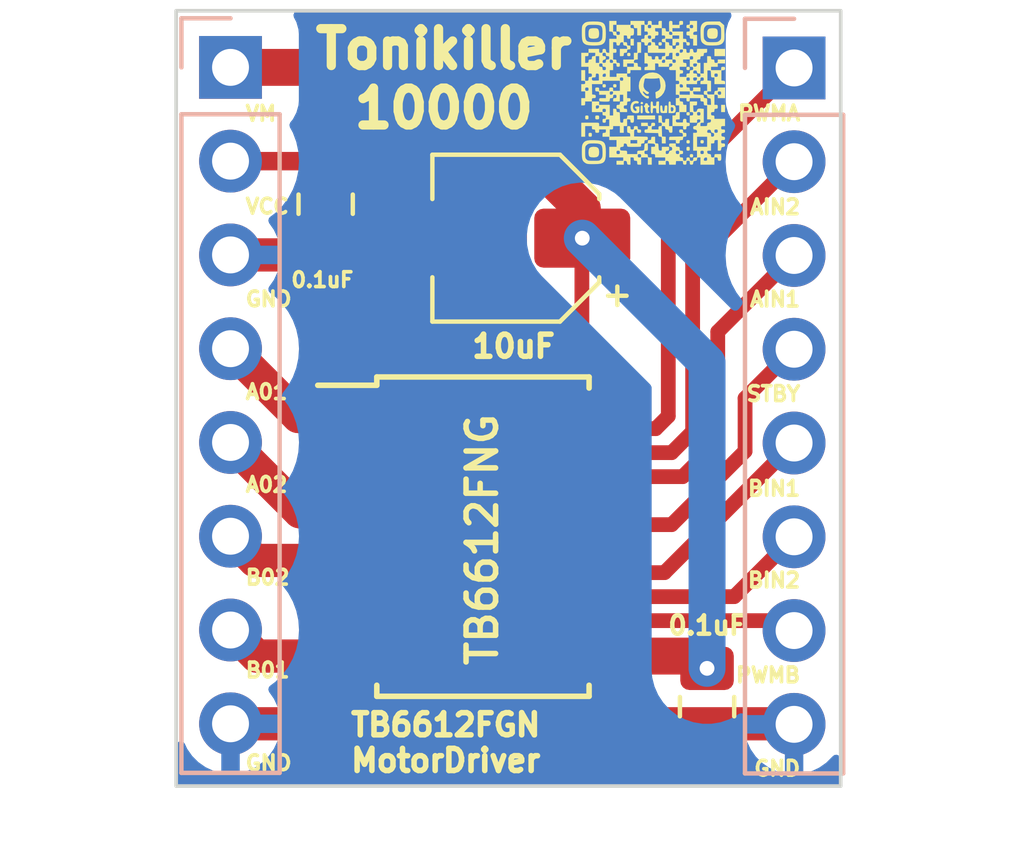
<source format=kicad_pcb>
(kicad_pcb (version 20221018) (generator pcbnew)
  (layers (0 "F.Cu" signal) (31 "B.Cu" signal) (34 "B.Paste" user) (35 "F.Paste" user) (36 "B.SilkS" user "B.Silkscreen") (37 "F.SilkS" user "F.Silkscreen") (38 "B.Mask" user) (39 "F.Mask" user) (44 "Edge.Cuts" user))
  (net 0 "")
  (net 1 "/VM1")
  (net 2 "GND")
  (net 3 "/VCC")
  (net 4 "/A01")
  (net 5 "/A02")
  (net 6 "/B02")
  (net 7 "/B01")
  (net 8 "/PWMA")
  (net 9 "/AIN2")
  (net 10 "/AIN1")
  (net 11 "/STBY")
  (net 12 "/BIN1")
  (net 13 "/BIN2")
  (net 14 "/PWMB")
  (footprint "LOGO" (layer "F.Cu") (at 154.262423 91.27)
    (fp_text reference "G***" hide)
    (fp_text value "LOGO" hide)
  )
  (footprint "Package_SO:SSOP-24_5.3x8.2mm_P0.65mm" (layer "F.Cu") (at 149.66 103.315)
    (fp_text reference "U2" hide)
    (fp_text value "TB6612FNG" (at -0.02 0.08 90) (layer "F.SilkS") (effects (font (size 0.8 0.8))))
    (pad "1" smd rect (at -3.6 -3.575) (size 1.75 0.45) (layers "F.Cu" "F.Paste" "F.Mask") (net 4 "/A01"))
    (pad "2" smd rect (at -3.6 -2.925) (size 1.75 0.45) (layers "F.Cu" "F.Paste" "F.Mask") (net 4 "/A01"))
    (pad "3" smd rect (at -3.6 -2.275) (size 1.75 0.45) (layers "F.Cu" "F.Paste" "F.Mask") (net 2 "GND"))
    (pad "4" smd rect (at -3.6 -1.625) (size 1.75 0.45) (layers "F.Cu" "F.Paste" "F.Mask") (net 2 "GND"))
    (pad "5" smd rect (at -3.6 -0.975) (size 1.75 0.45) (layers "F.Cu" "F.Paste" "F.Mask") (net 5 "/A02"))
    (pad "6" smd rect (at -3.6 -0.325) (size 1.75 0.45) (layers "F.Cu" "F.Paste" "F.Mask") (net 5 "/A02"))
    (pad "7" smd rect (at -3.6 0.325) (size 1.75 0.45) (layers "F.Cu" "F.Paste" "F.Mask") (net 6 "/B02"))
    (pad "8" smd rect (at -3.6 0.975) (size 1.75 0.45) (layers "F.Cu" "F.Paste" "F.Mask") (net 6 "/B02"))
    (pad "9" smd rect (at -3.6 1.625) (size 1.75 0.45) (layers "F.Cu" "F.Paste" "F.Mask") (net 2 "GND"))
    (pad "10" smd rect (at -3.6 2.275) (size 1.75 0.45) (layers "F.Cu" "F.Paste" "F.Mask") (net 2 "GND"))
    (pad "11" smd rect (at -3.6 2.925) (size 1.75 0.45) (layers "F.Cu" "F.Paste" "F.Mask") (net 7 "/B01"))
    (pad "12" smd rect (at -3.6 3.575) (size 1.75 0.45) (layers "F.Cu" "F.Paste" "F.Mask") (net 7 "/B01"))
    (pad "13" smd rect (at 3.6 3.575) (size 1.75 0.45) (layers "F.Cu" "F.Paste" "F.Mask") (net 1 "/VM1"))
    (pad "14" smd rect (at 3.6 2.925) (size 1.75 0.45) (layers "F.Cu" "F.Paste" "F.Mask") (net 1 "/VM1"))
    (pad "15" smd rect (at 3.6 2.275) (size 1.75 0.45) (layers "F.Cu" "F.Paste" "F.Mask") (net 14 "/PWMB"))
    (pad "16" smd rect (at 3.6 1.625) (size 1.75 0.45) (layers "F.Cu" "F.Paste" "F.Mask") (net 13 "/BIN2"))
    (pad "17" smd rect (at 3.6 0.975) (size 1.75 0.45) (layers "F.Cu" "F.Paste" "F.Mask") (net 12 "/BIN1"))
    (pad "18" smd rect (at 3.6 0.325) (size 1.75 0.45) (layers "F.Cu" "F.Paste" "F.Mask") (net 2 "GND"))
    (pad "19" smd rect (at 3.6 -0.325) (size 1.75 0.45) (layers "F.Cu" "F.Paste" "F.Mask") (net 11 "/STBY"))
    (pad "20" smd rect (at 3.6 -0.975) (size 1.75 0.45) (layers "F.Cu" "F.Paste" "F.Mask") (net 3 "/VCC"))
    (pad "21" smd rect (at 3.6 -1.625) (size 1.75 0.45) (layers "F.Cu" "F.Paste" "F.Mask") (net 10 "/AIN1"))
    (pad "22" smd rect (at 3.6 -2.275) (size 1.75 0.45) (layers "F.Cu" "F.Paste" "F.Mask") (net 9 "/AIN2"))
    (pad "23" smd rect (at 3.6 -2.925) (size 1.75 0.45) (layers "F.Cu" "F.Paste" "F.Mask") (net 8 "/PWMA"))
    (pad "24" smd rect (at 3.6 -3.575) (size 1.75 0.45) (layers "F.Cu" "F.Paste" "F.Mask") (net 1 "/VM1"))
  )
  (footprint "Capacitor_SMD:C_0805_2012Metric_Pad1.18x1.45mm_HandSolder" (layer "F.Cu") (at 145.4 94.31 90)
    (fp_text reference "C4" hide)
    (fp_text value "0.1uF" (at -2.05 -0.09) (layer "F.SilkS") (effects (font (size 0.4 0.4) (thickness 0.1) bold)))
    (pad "1" smd roundrect (at -1.0375 0 90) (size 1.175 1.45) (layers "F.Cu" "F.Paste" "F.Mask") (roundrect_rratio 0.212766) (net 2 "GND"))
    (pad "2" smd roundrect (at 1.0375 0 90) (size 1.175 1.45) (layers "F.Cu" "F.Paste" "F.Mask") (roundrect_rratio 0.212766) (net 3 "/VCC"))
  )
  (footprint "Capacitor_SMD:CP_Elec_4x5.4" (layer "F.Cu") (at 150.55 95.23 180)
    (fp_text reference "C3" hide)
    (fp_text value "10uF" (at 0.06 -2.93 180) (layer "F.SilkS") (effects (font (size 0.6 0.6))))
    (pad "1" smd roundrect (at -1.8 0 180) (size 2.6 1.6) (layers "F.Cu" "F.Paste" "F.Mask") (roundrect_rratio 0.15625) (net 1 "/VM1"))
    (pad "2" smd roundrect (at 1.8 0 180) (size 2.6 1.6) (layers "F.Cu" "F.Paste" "F.Mask") (roundrect_rratio 0.15625) (net 2 "GND"))
  )
  (footprint "Capacitor_SMD:C_0805_2012Metric_Pad1.18x1.45mm_HandSolder" (layer "F.Cu") (at 155.73 107.92 -90)
    (fp_text reference "C5" hide)
    (fp_text value "0.1uF" (at -2.2 0) (layer "F.SilkS") (effects (font (size 0.5 0.5) (thickness 0.12) bold)))
    (pad "1" smd roundrect (at -1.0375 0 270) (size 1.175 1.45) (layers "F.Cu" "F.Paste" "F.Mask") (roundrect_rratio 0.212766) (net 1 "/VM1"))
    (pad "2" smd roundrect (at 1.0375 0 270) (size 1.175 1.45) (layers "F.Cu" "F.Paste" "F.Mask") (roundrect_rratio 0.212766) (net 2 "GND"))
  )
  (footprint "Connector_PinSocket_2.54mm:PinSocket_1x08_P2.54mm_Vertical" (layer "B.Cu") (at 142.8224 90.604 180)
    (fp_text reference "J1" hide)
    (fp_text value "Conn_01x08_Pin")
    (pad "1" thru_hole rect (at 0 0 180) (size 1.7 1.7) (drill 1) (layers "*.Cu" "*.Mask") (net 1 "/VM1"))
    (pad "2" thru_hole oval (at 0 -2.54 180) (size 1.7 1.7) (drill 1) (layers "*.Cu" "*.Mask") (net 3 "/VCC"))
    (pad "3" thru_hole oval (at 0 -5.08 180) (size 1.7 1.7) (drill 1) (layers "*.Cu" "*.Mask") (net 2 "GND"))
    (pad "4" thru_hole oval (at 0 -7.62 180) (size 1.7 1.7) (drill 1) (layers "*.Cu" "*.Mask") (net 4 "/A01"))
    (pad "5" thru_hole oval (at 0 -10.16 180) (size 1.7 1.7) (drill 1) (layers "*.Cu" "*.Mask") (net 5 "/A02"))
    (pad "6" thru_hole oval (at 0 -12.7 180) (size 1.7 1.7) (drill 1) (layers "*.Cu" "*.Mask") (net 6 "/B02"))
    (pad "7" thru_hole oval (at 0 -15.24 180) (size 1.7 1.7) (drill 1) (layers "*.Cu" "*.Mask") (net 7 "/B01"))
    (pad "8" thru_hole oval (at 0 -17.78 180) (size 1.7 1.7) (drill 1) (layers "*.Cu" "*.Mask") (net 2 "GND"))
  )
  (footprint "Connector_PinSocket_2.54mm:PinSocket_1x08_P2.54mm_Vertical" (layer "B.Cu") (at 158.0874 90.619 180)
    (fp_text reference "J2" hide)
    (fp_text value "Conn_01x08_Pin")
    (pad "1" thru_hole rect (at 0 0 180) (size 1.7 1.7) (drill 1) (layers "*.Cu" "*.Mask") (net 8 "/PWMA"))
    (pad "2" thru_hole oval (at 0 -2.54 180) (size 1.7 1.7) (drill 1) (layers "*.Cu" "*.Mask") (net 9 "/AIN2"))
    (pad "3" thru_hole oval (at 0 -5.08 180) (size 1.7 1.7) (drill 1) (layers "*.Cu" "*.Mask") (net 10 "/AIN1"))
    (pad "4" thru_hole oval (at 0 -7.62 180) (size 1.7 1.7) (drill 1) (layers "*.Cu" "*.Mask") (net 11 "/STBY"))
    (pad "5" thru_hole oval (at 0 -10.16 180) (size 1.7 1.7) (drill 1) (layers "*.Cu" "*.Mask") (net 12 "/BIN1"))
    (pad "6" thru_hole oval (at 0 -12.7 180) (size 1.7 1.7) (drill 1) (layers "*.Cu" "*.Mask") (net 13 "/BIN2"))
    (pad "7" thru_hole oval (at 0 -15.24 180) (size 1.7 1.7) (drill 1) (layers "*.Cu" "*.Mask") (net 14 "/PWMB"))
    (pad "8" thru_hole oval (at 0 -17.78 180) (size 1.7 1.7) (drill 1) (layers "*.Cu" "*.Mask") (net 2 "GND"))
  )
  (gr_rect (start 141.35 89.07) (end 159.35 110.07) (stroke (width 0.1)) (fill none) (layer "Edge.Cuts"))
  (gr_text "STBY\n" (at 156.745715 99.68) (layer "F.SilkS") (effects (font (size 0.4 0.4) (thickness 0.1) bold) (justify left bottom)))
  (gr_text "PWMB\n" (at 156.46 107.3) (layer "F.SilkS") (effects (font (size 0.4 0.4) (thickness 0.1) bold) (justify left bottom)))
  (gr_text "GND" (at 156.955238 109.827148) (layer "F.SilkS") (effects (font (size 0.4 0.4) (thickness 0.1) bold) (justify left bottom)))
  (gr_text "BIN1" (at 156.78381 102.245716) (layer "F.SilkS") (effects (font (size 0.4 0.4) (thickness 0.1) bold) (justify left bottom)))
  (gr_text "AIN1" (at 156.84 97.12) (layer "F.SilkS") (effects (font (size 0.4 0.4) (thickness 0.1) bold) (justify left bottom)))
  (gr_text "VM" (at 143.18 92.09) (layer "F.SilkS") (effects (font (size 0.4 0.4) (thickness 0.1) bold) (justify left bottom)))
  (gr_text "VCC" (at 143.18 94.602857) (layer "F.SilkS") (effects (font (size 0.4 0.4) (thickness 0.1) bold) (justify left bottom)))
  (gr_text "B02" (at 143.18 104.654285) (layer "F.SilkS") (effects (font (size 0.4 0.4) (thickness 0.1) bold) (justify left bottom)))
  (gr_text "PWMA\n" (at 156.517143 92.08) (layer "F.SilkS") (effects (font (size 0.4 0.4) (thickness 0.1) bold) (justify left bottom)))
  (gr_text "A02" (at 143.18 102.141428) (layer "F.SilkS") (effects (font (size 0.4 0.4) (thickness 0.1) bold) (justify left bottom)))
  (gr_text "GND" (at 143.18 109.68) (layer "F.SilkS") (effects (font (size 0.4 0.4) (thickness 0.1) bold) (justify left bottom)))
  (gr_text "A01\n" (at 143.18 99.628571) (layer "F.SilkS") (effects (font (size 0.4 0.4) (thickness 0.1) bold) (justify left bottom)))
  (gr_text "Tonikiller\n10000" (at 148.6 92.3) (layer "F.SilkS") (effects (font (size 1 1) (thickness 0.25) bold) (justify bottom)))
  (gr_text "BIN2\n" (at 156.78381 104.73) (layer "F.SilkS") (effects (font (size 0.4 0.4) (thickness 0.1) bold) (justify left bottom)))
  (gr_text "TB6612FGN \nMotorDriver" (at 146.01 109.73) (layer "F.SilkS") (effects (font (size 0.6 0.6) (thickness 0.15) bold) (justify left bottom)))
  (gr_text "B01" (at 143.18 107.167142) (layer "F.SilkS") (effects (font (size 0.4 0.4) (thickness 0.1) bold) (justify left bottom)))
  (gr_text "GND" (at 143.18 97.115714) (layer "F.SilkS") (effects (font (size 0.4 0.4) (thickness 0.1) bold) (justify left bottom)))
  (gr_text "AIN2\n" (at 156.840953 94.62) (layer "F.SilkS") (effects (font (size 0.4 0.4) (thickness 0.1) bold) (justify left bottom)))
  (segment (start 155.3975 106.55) (end 153.26 106.55) (width 1) (layer "F.Cu") (net 1))
  (segment (start 153.26 106.24) (end 153.26 106.55) (width 0.25) (layer "F.Cu") (net 1))
  (segment (start 152.34 95.24) (end 152.34 99.715) (width 0.4) (layer "F.Cu") (net 1))
  (segment (start 155.73 106.8825) (end 155.3975 106.55) (width 1) (layer "F.Cu") (net 1))
  (segment (start 152.35 94.43) (end 152.35 95.23) (width 1) (layer "F.Cu") (net 1))
  (segment (start 153.26 106.55) (end 153.26 106.89) (width 0.25) (layer "F.Cu") (net 1))
  (segment (start 148.524 90.604) (end 152.35 94.43) (width 1) (layer "F.Cu") (net 1))
  (segment (start 142.8224 90.604) (end 148.524 90.604) (width 1) (layer "F.Cu") (net 1))
  (segment (start 152.34 99.715) (end 153.26 99.715) (width 0.4) (layer "F.Cu") (net 1))
  (via (at 152.35 95.23) (size 0.8) (drill 0.4) (layers "F.Cu" "B.Cu") (net 1))
  (via (at 155.73 106.8825) (size 0.8) (drill 0.4) (layers "F.Cu" "B.Cu") (net 1))
  (segment (start 155.73 98.61) (end 155.73 106.8825) (width 1) (layer "B.Cu") (net 1))
  (segment (start 152.35 95.23) (end 155.73 98.61) (width 1) (layer "B.Cu") (net 1))
  (segment (start 145.0635 95.684) (end 142.8224 95.684) (width 0.9) (layer "F.Cu") (net 2))
  (segment (start 147.92 104.66) (end 147.92 105.26) (width 0.9) (layer "F.Cu") (net 2))
  (segment (start 147.92 103.87) (end 147.92 104.66) (width 0.9) (layer "F.Cu") (net 2))
  (segment (start 147.92 108.314) (end 147.85 108.384) (width 0.9) (layer "F.Cu") (net 2))
  (segment (start 146.06 104.94) (end 146.06 105.26) (width 0.25) (layer "F.Cu") (net 2))
  (segment (start 153.26 103.64) (end 148.15 103.64) (width 0.4) (layer "F.Cu") (net 2))
  (segment (start 153.95 108.384) (end 158.0724 108.384) (width 0.9) (layer "F.Cu") (net 2))
  (segment (start 148.33 108.384) (end 153.95 108.384) (width 0.9) (layer "F.Cu") (net 2))
  (segment (start 147.92 101.38) (end 147.92 96.06) (width 0.9) (layer "F.Cu") (net 2))
  (segment (start 147.92 101.38) (end 147.92 103.87) (width 0.9) (layer "F.Cu") (net 2))
  (segment (start 147.92 104.66) (end 147.92 108.314) (width 0.9) (layer "F.Cu") (net 2))
  (segment (start 146.06 101.04) (end 146.06 101.38) (width 0.25) (layer "F.Cu") (net 2))
  (segment (start 148.15 103.64) (end 147.92 103.87) (width 0.4) (layer "F.Cu") (net 2))
  (segment (start 147.92 96.06) (end 148.6325 95.3475) (width 0.9) (layer "F.Cu") (net 2))
  (segment (start 147.85 108.384) (end 148.33 108.384) (width 0.9) (layer "F.Cu") (net 2))
  (segment (start 148.6325 95.3475) (end 145.4 95.3475) (width 0.9) (layer "F.Cu") (net 2))
  (segment (start 147.92 105.26) (end 146.06 105.26) (width 0.9) (layer "F.Cu") (net 2))
  (segment (start 145.4 95.3475) (end 145.0635 95.684) (width 0.9) (layer "F.Cu") (net 2))
  (segment (start 158.0724 108.384) (end 158.0874 108.399) (width 0.9) (layer "F.Cu") (net 2))
  (segment (start 142.8224 108.384) (end 147.85 108.384) (width 0.9) (layer "F.Cu") (net 2))
  (segment (start 146.06 101.38) (end 146.06 101.69) (width 0.25) (layer "F.Cu") (net 2))
  (segment (start 146.06 105.26) (end 146.06 105.59) (width 0.25) (layer "F.Cu") (net 2))
  (segment (start 147.92 101.38) (end 146.06 101.38) (width 0.9) (layer "F.Cu") (net 2))
  (segment (start 145.4 93.2725) (end 149.31174 93.2725) (width 0.4) (layer "F.Cu") (net 3))
  (segment (start 152.244314 102.34) (end 153.26 102.34) (width 0.4) (layer "F.Cu") (net 3))
  (segment (start 150.65 94.61076) (end 150.65 100.745686) (width 0.4) (layer "F.Cu") (net 3))
  (segment (start 149.31174 93.2725) (end 150.65 94.61076) (width 0.4) (layer "F.Cu") (net 3))
  (segment (start 150.65 100.745686) (end 152.244314 102.34) (width 0.4) (layer "F.Cu") (net 3))
  (segment (start 142.8224 93.144) (end 145.2715 93.144) (width 0.5) (layer "F.Cu") (net 3))
  (segment (start 145.2715 93.144) (end 145.4 93.2725) (width 0.5) (layer "F.Cu") (net 3))
  (segment (start 146.06 99.74) (end 146.06 100.06) (width 0.25) (layer "F.Cu") (net 4))
  (segment (start 144.6584 100.06) (end 146.06 100.06) (width 0.9) (layer "F.Cu") (net 4))
  (segment (start 146.06 100.06) (end 146.06 100.39) (width 0.25) (layer "F.Cu") (net 4))
  (segment (start 142.8224 98.224) (end 144.6584 100.06) (width 0.9) (layer "F.Cu") (net 4))
  (segment (start 142.8224 100.764) (end 144.6984 102.64) (width 0.9) (layer "F.Cu") (net 5))
  (segment (start 144.6984 102.64) (end 146.06 102.64) (width 0.9) (layer "F.Cu") (net 5))
  (segment (start 146.06 102.34) (end 146.06 102.64) (width 0.25) (layer "F.Cu") (net 5))
  (segment (start 146.06 102.64) (end 146.06 102.99) (width 0.25) (layer "F.Cu") (net 5))
  (segment (start 142.8224 103.304) (end 143.4784 103.96) (width 0.9) (layer "F.Cu") (net 6))
  (segment (start 146.06 103.64) (end 146.06 103.96) (width 0.25) (layer "F.Cu") (net 6))
  (segment (start 146.06 103.96) (end 146.06 104.29) (width 0.25) (layer "F.Cu") (net 6))
  (segment (start 143.4784 103.96) (end 146.06 103.96) (width 0.9) (layer "F.Cu") (net 6))
  (segment (start 142.8224 105.844) (end 143.5284 106.55) (width 0.9) (layer "F.Cu") (net 7))
  (segment (start 143.5284 106.55) (end 146.06 106.55) (width 0.9) (layer "F.Cu") (net 7))
  (segment (start 146.06 106.24) (end 146.06 106.55) (width 0.25) (layer "F.Cu") (net 7))
  (segment (start 146.06 106.55) (end 146.06 106.89) (width 0.25) (layer "F.Cu") (net 7))
  (segment (start 154.68 94.0264) (end 154.68 100.05) (width 0.4) (layer "F.Cu") (net 8))
  (segment (start 154.34 100.39) (end 153.26 100.39) (width 0.4) (layer "F.Cu") (net 8))
  (segment (start 158.0874 90.619) (end 154.68 94.0264) (width 0.4) (layer "F.Cu") (net 8))
  (segment (start 154.68 100.05) (end 154.34 100.39) (width 0.4) (layer "F.Cu") (net 8))
  (segment (start 155.34 100.47) (end 154.77 101.04) (width 0.4) (layer "F.Cu") (net 9))
  (segment (start 155.34 95.9064) (end 155.34 100.47) (width 0.4) (layer "F.Cu") (net 9))
  (segment (start 154.77 101.04) (end 153.26 101.04) (width 0.4) (layer "F.Cu") (net 9))
  (segment (start 158.0874 93.159) (end 155.34 95.9064) (width 0.4) (layer "F.Cu") (net 9))
  (segment (start 158.0874 95.699) (end 156.02 97.7664) (width 0.4) (layer "F.Cu") (net 10))
  (segment (start 156.02 100.74) (end 155.07 101.69) (width 0.4) (layer "F.Cu") (net 10))
  (segment (start 156.02 97.7664) (end 156.02 100.74) (width 0.4) (layer "F.Cu") (net 10))
  (segment (start 155.07 101.69) (end 153.26 101.69) (width 0.4) (layer "F.Cu") (net 10))
  (segment (start 158.0874 98.239) (end 156.76 99.5664) (width 0.4) (layer "F.Cu") (net 11))
  (segment (start 154.77 102.99) (end 153.26 102.99) (width 0.4) (layer "F.Cu") (net 11))
  (segment (start 156.76 99.5664) (end 156.76 101) (width 0.4) (layer "F.Cu") (net 11))
  (segment (start 156.76 101) (end 154.77 102.99) (width 0.4) (layer "F.Cu") (net 11))
  (segment (start 154.5764 104.29) (end 153.26 104.29) (width 0.4) (layer "F.Cu") (net 12))
  (segment (start 158.0874 100.779) (end 154.5764 104.29) (width 0.4) (layer "F.Cu") (net 12))
  (segment (start 156.4664 104.94) (end 153.26 104.94) (width 0.4) (layer "F.Cu") (net 13))
  (segment (start 158.0874 103.319) (end 156.4664 104.94) (width 0.4) (layer "F.Cu") (net 13))
  (segment (start 158.0874 105.859) (end 157.8184 105.59) (width 0.4) (layer "F.Cu") (net 14))
  (segment (start 157.8184 105.59) (end 153.26 105.59) (width 0.4) (layer "F.Cu") (net 14))
  (zone (net 2) (net_name "GND") (layer "B.Cu") (connect_pads (clearance 1)) (min_thickness 0.25) (fill yes (thermal_gap 0.5) (thermal_bridge_width 0.5))
    (polygon (pts (xy 141.21 88.93) (xy 159.43 89) (xy 159.48 110.27) (xy 140.98 110.29)))
  )
)
</source>
